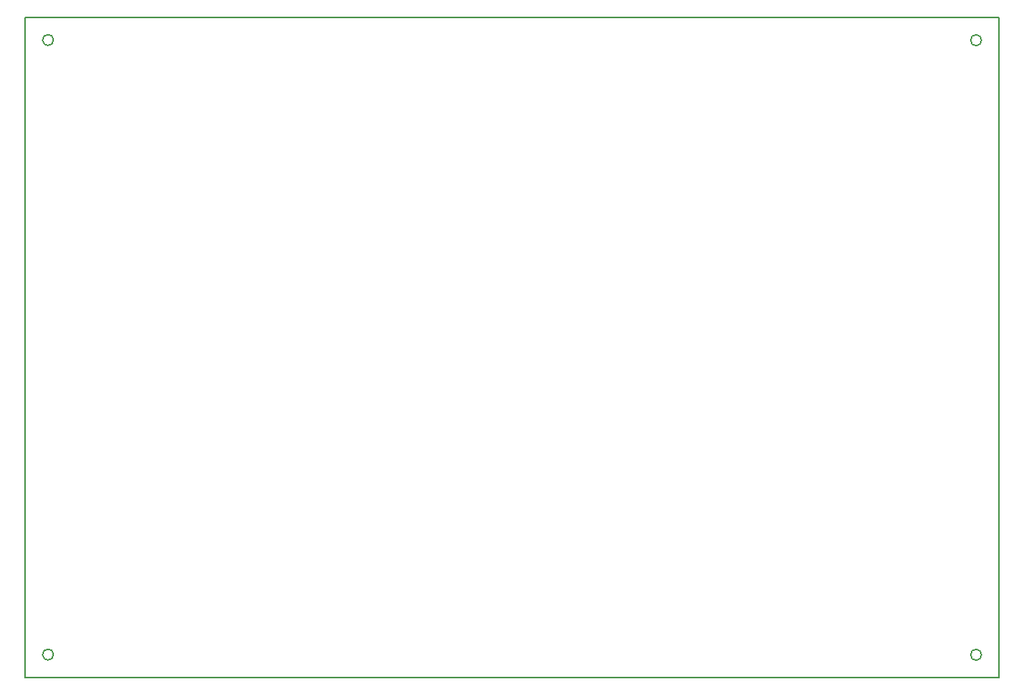
<source format=gbr>
G04 #@! TF.GenerationSoftware,KiCad,Pcbnew,8.0.1*
G04 #@! TF.CreationDate,2024-04-28T19:56:16+02:00*
G04 #@! TF.ProjectId,Atmega16-32 Development Board,41746d65-6761-4313-962d-333220446576,V1.0*
G04 #@! TF.SameCoordinates,PX1e47770PY791ddc0*
G04 #@! TF.FileFunction,Profile,NP*
%FSLAX46Y46*%
G04 Gerber Fmt 4.6, Leading zero omitted, Abs format (unit mm)*
G04 Created by KiCad (PCBNEW 8.0.1) date 2024-04-28 19:56:16*
%MOMM*%
%LPD*%
G01*
G04 APERTURE LIST*
G04 #@! TA.AperFunction,Profile*
%ADD10C,0.200000*%
G04 #@! TD*
G04 APERTURE END LIST*
D10*
X3150000Y71145000D02*
G75*
G02*
X1930000Y71145000I-610000J0D01*
G01*
X1930000Y71145000D02*
G75*
G02*
X3150000Y71145000I610000J0D01*
G01*
X106655000Y2540000D02*
G75*
G02*
X105435000Y2540000I-610000J0D01*
G01*
X105435000Y2540000D02*
G75*
G02*
X106655000Y2540000I610000J0D01*
G01*
X106655000Y71120000D02*
G75*
G02*
X105435000Y71120000I-610000J0D01*
G01*
X105435000Y71120000D02*
G75*
G02*
X106655000Y71120000I610000J0D01*
G01*
X108585000Y0D02*
X0Y0D01*
X0Y0D02*
X0Y73660000D01*
X0Y73660000D02*
X108585000Y73660000D01*
X108585000Y73660000D02*
X108585000Y0D01*
X3150000Y2565000D02*
G75*
G02*
X1930000Y2565000I-610000J0D01*
G01*
X1930000Y2565000D02*
G75*
G02*
X3150000Y2565000I610000J0D01*
G01*
M02*

</source>
